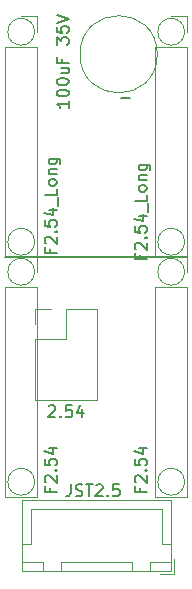
<source format=gbr>
%TF.GenerationSoftware,KiCad,Pcbnew,7.0.11-7.0.11~ubuntu22.04.1*%
%TF.CreationDate,2024-03-10T10:15:41+03:00*%
%TF.ProjectId,MDExt,4d444578-742e-46b6-9963-61645f706362,rev?*%
%TF.SameCoordinates,Original*%
%TF.FileFunction,Legend,Top*%
%TF.FilePolarity,Positive*%
%FSLAX46Y46*%
G04 Gerber Fmt 4.6, Leading zero omitted, Abs format (unit mm)*
G04 Created by KiCad (PCBNEW 7.0.11-7.0.11~ubuntu22.04.1) date 2024-03-10 10:15:41*
%MOMM*%
%LPD*%
G01*
G04 APERTURE LIST*
%ADD10C,0.150000*%
%ADD11C,0.100000*%
%ADD12C,0.120000*%
G04 APERTURE END LIST*
D10*
X57210000Y-59750000D02*
X41850000Y-59750000D01*
X51644779Y-46224866D02*
X52406684Y-46224866D01*
X47371238Y-78956819D02*
X47371238Y-79671104D01*
X47371238Y-79671104D02*
X47323619Y-79813961D01*
X47323619Y-79813961D02*
X47228381Y-79909200D01*
X47228381Y-79909200D02*
X47085524Y-79956819D01*
X47085524Y-79956819D02*
X46990286Y-79956819D01*
X47799810Y-79909200D02*
X47942667Y-79956819D01*
X47942667Y-79956819D02*
X48180762Y-79956819D01*
X48180762Y-79956819D02*
X48276000Y-79909200D01*
X48276000Y-79909200D02*
X48323619Y-79861580D01*
X48323619Y-79861580D02*
X48371238Y-79766342D01*
X48371238Y-79766342D02*
X48371238Y-79671104D01*
X48371238Y-79671104D02*
X48323619Y-79575866D01*
X48323619Y-79575866D02*
X48276000Y-79528247D01*
X48276000Y-79528247D02*
X48180762Y-79480628D01*
X48180762Y-79480628D02*
X47990286Y-79433009D01*
X47990286Y-79433009D02*
X47895048Y-79385390D01*
X47895048Y-79385390D02*
X47847429Y-79337771D01*
X47847429Y-79337771D02*
X47799810Y-79242533D01*
X47799810Y-79242533D02*
X47799810Y-79147295D01*
X47799810Y-79147295D02*
X47847429Y-79052057D01*
X47847429Y-79052057D02*
X47895048Y-79004438D01*
X47895048Y-79004438D02*
X47990286Y-78956819D01*
X47990286Y-78956819D02*
X48228381Y-78956819D01*
X48228381Y-78956819D02*
X48371238Y-79004438D01*
X48656953Y-78956819D02*
X49228381Y-78956819D01*
X48942667Y-79956819D02*
X48942667Y-78956819D01*
X49514096Y-79052057D02*
X49561715Y-79004438D01*
X49561715Y-79004438D02*
X49656953Y-78956819D01*
X49656953Y-78956819D02*
X49895048Y-78956819D01*
X49895048Y-78956819D02*
X49990286Y-79004438D01*
X49990286Y-79004438D02*
X50037905Y-79052057D01*
X50037905Y-79052057D02*
X50085524Y-79147295D01*
X50085524Y-79147295D02*
X50085524Y-79242533D01*
X50085524Y-79242533D02*
X50037905Y-79385390D01*
X50037905Y-79385390D02*
X49466477Y-79956819D01*
X49466477Y-79956819D02*
X50085524Y-79956819D01*
X50514096Y-79861580D02*
X50561715Y-79909200D01*
X50561715Y-79909200D02*
X50514096Y-79956819D01*
X50514096Y-79956819D02*
X50466477Y-79909200D01*
X50466477Y-79909200D02*
X50514096Y-79861580D01*
X50514096Y-79861580D02*
X50514096Y-79956819D01*
X51466476Y-78956819D02*
X50990286Y-78956819D01*
X50990286Y-78956819D02*
X50942667Y-79433009D01*
X50942667Y-79433009D02*
X50990286Y-79385390D01*
X50990286Y-79385390D02*
X51085524Y-79337771D01*
X51085524Y-79337771D02*
X51323619Y-79337771D01*
X51323619Y-79337771D02*
X51418857Y-79385390D01*
X51418857Y-79385390D02*
X51466476Y-79433009D01*
X51466476Y-79433009D02*
X51514095Y-79528247D01*
X51514095Y-79528247D02*
X51514095Y-79766342D01*
X51514095Y-79766342D02*
X51466476Y-79861580D01*
X51466476Y-79861580D02*
X51418857Y-79909200D01*
X51418857Y-79909200D02*
X51323619Y-79956819D01*
X51323619Y-79956819D02*
X51085524Y-79956819D01*
X51085524Y-79956819D02*
X50990286Y-79909200D01*
X50990286Y-79909200D02*
X50942667Y-79861580D01*
X47190818Y-46489524D02*
X47190818Y-47060952D01*
X47190818Y-46775238D02*
X46190818Y-46775238D01*
X46190818Y-46775238D02*
X46333675Y-46870476D01*
X46333675Y-46870476D02*
X46428913Y-46965714D01*
X46428913Y-46965714D02*
X46476532Y-47060952D01*
X46190818Y-45870476D02*
X46190818Y-45775238D01*
X46190818Y-45775238D02*
X46238437Y-45680000D01*
X46238437Y-45680000D02*
X46286056Y-45632381D01*
X46286056Y-45632381D02*
X46381294Y-45584762D01*
X46381294Y-45584762D02*
X46571770Y-45537143D01*
X46571770Y-45537143D02*
X46809865Y-45537143D01*
X46809865Y-45537143D02*
X47000341Y-45584762D01*
X47000341Y-45584762D02*
X47095579Y-45632381D01*
X47095579Y-45632381D02*
X47143199Y-45680000D01*
X47143199Y-45680000D02*
X47190818Y-45775238D01*
X47190818Y-45775238D02*
X47190818Y-45870476D01*
X47190818Y-45870476D02*
X47143199Y-45965714D01*
X47143199Y-45965714D02*
X47095579Y-46013333D01*
X47095579Y-46013333D02*
X47000341Y-46060952D01*
X47000341Y-46060952D02*
X46809865Y-46108571D01*
X46809865Y-46108571D02*
X46571770Y-46108571D01*
X46571770Y-46108571D02*
X46381294Y-46060952D01*
X46381294Y-46060952D02*
X46286056Y-46013333D01*
X46286056Y-46013333D02*
X46238437Y-45965714D01*
X46238437Y-45965714D02*
X46190818Y-45870476D01*
X46190818Y-44918095D02*
X46190818Y-44822857D01*
X46190818Y-44822857D02*
X46238437Y-44727619D01*
X46238437Y-44727619D02*
X46286056Y-44680000D01*
X46286056Y-44680000D02*
X46381294Y-44632381D01*
X46381294Y-44632381D02*
X46571770Y-44584762D01*
X46571770Y-44584762D02*
X46809865Y-44584762D01*
X46809865Y-44584762D02*
X47000341Y-44632381D01*
X47000341Y-44632381D02*
X47095579Y-44680000D01*
X47095579Y-44680000D02*
X47143199Y-44727619D01*
X47143199Y-44727619D02*
X47190818Y-44822857D01*
X47190818Y-44822857D02*
X47190818Y-44918095D01*
X47190818Y-44918095D02*
X47143199Y-45013333D01*
X47143199Y-45013333D02*
X47095579Y-45060952D01*
X47095579Y-45060952D02*
X47000341Y-45108571D01*
X47000341Y-45108571D02*
X46809865Y-45156190D01*
X46809865Y-45156190D02*
X46571770Y-45156190D01*
X46571770Y-45156190D02*
X46381294Y-45108571D01*
X46381294Y-45108571D02*
X46286056Y-45060952D01*
X46286056Y-45060952D02*
X46238437Y-45013333D01*
X46238437Y-45013333D02*
X46190818Y-44918095D01*
X46524151Y-43727619D02*
X47190818Y-43727619D01*
X46524151Y-44156190D02*
X47047960Y-44156190D01*
X47047960Y-44156190D02*
X47143199Y-44108571D01*
X47143199Y-44108571D02*
X47190818Y-44013333D01*
X47190818Y-44013333D02*
X47190818Y-43870476D01*
X47190818Y-43870476D02*
X47143199Y-43775238D01*
X47143199Y-43775238D02*
X47095579Y-43727619D01*
X46667008Y-42918095D02*
X46667008Y-43251428D01*
X47190818Y-43251428D02*
X46190818Y-43251428D01*
X46190818Y-43251428D02*
X46190818Y-42775238D01*
X46190818Y-41727618D02*
X46190818Y-41108571D01*
X46190818Y-41108571D02*
X46571770Y-41441904D01*
X46571770Y-41441904D02*
X46571770Y-41299047D01*
X46571770Y-41299047D02*
X46619389Y-41203809D01*
X46619389Y-41203809D02*
X46667008Y-41156190D01*
X46667008Y-41156190D02*
X46762246Y-41108571D01*
X46762246Y-41108571D02*
X47000341Y-41108571D01*
X47000341Y-41108571D02*
X47095579Y-41156190D01*
X47095579Y-41156190D02*
X47143199Y-41203809D01*
X47143199Y-41203809D02*
X47190818Y-41299047D01*
X47190818Y-41299047D02*
X47190818Y-41584761D01*
X47190818Y-41584761D02*
X47143199Y-41679999D01*
X47143199Y-41679999D02*
X47095579Y-41727618D01*
X46190818Y-40203809D02*
X46190818Y-40679999D01*
X46190818Y-40679999D02*
X46667008Y-40727618D01*
X46667008Y-40727618D02*
X46619389Y-40679999D01*
X46619389Y-40679999D02*
X46571770Y-40584761D01*
X46571770Y-40584761D02*
X46571770Y-40346666D01*
X46571770Y-40346666D02*
X46619389Y-40251428D01*
X46619389Y-40251428D02*
X46667008Y-40203809D01*
X46667008Y-40203809D02*
X46762246Y-40156190D01*
X46762246Y-40156190D02*
X47000341Y-40156190D01*
X47000341Y-40156190D02*
X47095579Y-40203809D01*
X47095579Y-40203809D02*
X47143199Y-40251428D01*
X47143199Y-40251428D02*
X47190818Y-40346666D01*
X47190818Y-40346666D02*
X47190818Y-40584761D01*
X47190818Y-40584761D02*
X47143199Y-40679999D01*
X47143199Y-40679999D02*
X47095579Y-40727618D01*
X46190818Y-39870475D02*
X47190818Y-39537142D01*
X47190818Y-39537142D02*
X46190818Y-39203809D01*
X45651009Y-79247809D02*
X45651009Y-79581142D01*
X46174819Y-79581142D02*
X45174819Y-79581142D01*
X45174819Y-79581142D02*
X45174819Y-79104952D01*
X45270057Y-78771618D02*
X45222438Y-78723999D01*
X45222438Y-78723999D02*
X45174819Y-78628761D01*
X45174819Y-78628761D02*
X45174819Y-78390666D01*
X45174819Y-78390666D02*
X45222438Y-78295428D01*
X45222438Y-78295428D02*
X45270057Y-78247809D01*
X45270057Y-78247809D02*
X45365295Y-78200190D01*
X45365295Y-78200190D02*
X45460533Y-78200190D01*
X45460533Y-78200190D02*
X45603390Y-78247809D01*
X45603390Y-78247809D02*
X46174819Y-78819237D01*
X46174819Y-78819237D02*
X46174819Y-78200190D01*
X46079580Y-77771618D02*
X46127200Y-77723999D01*
X46127200Y-77723999D02*
X46174819Y-77771618D01*
X46174819Y-77771618D02*
X46127200Y-77819237D01*
X46127200Y-77819237D02*
X46079580Y-77771618D01*
X46079580Y-77771618D02*
X46174819Y-77771618D01*
X45174819Y-76819238D02*
X45174819Y-77295428D01*
X45174819Y-77295428D02*
X45651009Y-77343047D01*
X45651009Y-77343047D02*
X45603390Y-77295428D01*
X45603390Y-77295428D02*
X45555771Y-77200190D01*
X45555771Y-77200190D02*
X45555771Y-76962095D01*
X45555771Y-76962095D02*
X45603390Y-76866857D01*
X45603390Y-76866857D02*
X45651009Y-76819238D01*
X45651009Y-76819238D02*
X45746247Y-76771619D01*
X45746247Y-76771619D02*
X45984342Y-76771619D01*
X45984342Y-76771619D02*
X46079580Y-76819238D01*
X46079580Y-76819238D02*
X46127200Y-76866857D01*
X46127200Y-76866857D02*
X46174819Y-76962095D01*
X46174819Y-76962095D02*
X46174819Y-77200190D01*
X46174819Y-77200190D02*
X46127200Y-77295428D01*
X46127200Y-77295428D02*
X46079580Y-77343047D01*
X45508152Y-75914476D02*
X46174819Y-75914476D01*
X45127200Y-76152571D02*
X45841485Y-76390666D01*
X45841485Y-76390666D02*
X45841485Y-75771619D01*
X53271009Y-59546666D02*
X53271009Y-59879999D01*
X53794819Y-59879999D02*
X52794819Y-59879999D01*
X52794819Y-59879999D02*
X52794819Y-59403809D01*
X52890057Y-59070475D02*
X52842438Y-59022856D01*
X52842438Y-59022856D02*
X52794819Y-58927618D01*
X52794819Y-58927618D02*
X52794819Y-58689523D01*
X52794819Y-58689523D02*
X52842438Y-58594285D01*
X52842438Y-58594285D02*
X52890057Y-58546666D01*
X52890057Y-58546666D02*
X52985295Y-58499047D01*
X52985295Y-58499047D02*
X53080533Y-58499047D01*
X53080533Y-58499047D02*
X53223390Y-58546666D01*
X53223390Y-58546666D02*
X53794819Y-59118094D01*
X53794819Y-59118094D02*
X53794819Y-58499047D01*
X53699580Y-58070475D02*
X53747200Y-58022856D01*
X53747200Y-58022856D02*
X53794819Y-58070475D01*
X53794819Y-58070475D02*
X53747200Y-58118094D01*
X53747200Y-58118094D02*
X53699580Y-58070475D01*
X53699580Y-58070475D02*
X53794819Y-58070475D01*
X52794819Y-57118095D02*
X52794819Y-57594285D01*
X52794819Y-57594285D02*
X53271009Y-57641904D01*
X53271009Y-57641904D02*
X53223390Y-57594285D01*
X53223390Y-57594285D02*
X53175771Y-57499047D01*
X53175771Y-57499047D02*
X53175771Y-57260952D01*
X53175771Y-57260952D02*
X53223390Y-57165714D01*
X53223390Y-57165714D02*
X53271009Y-57118095D01*
X53271009Y-57118095D02*
X53366247Y-57070476D01*
X53366247Y-57070476D02*
X53604342Y-57070476D01*
X53604342Y-57070476D02*
X53699580Y-57118095D01*
X53699580Y-57118095D02*
X53747200Y-57165714D01*
X53747200Y-57165714D02*
X53794819Y-57260952D01*
X53794819Y-57260952D02*
X53794819Y-57499047D01*
X53794819Y-57499047D02*
X53747200Y-57594285D01*
X53747200Y-57594285D02*
X53699580Y-57641904D01*
X53128152Y-56213333D02*
X53794819Y-56213333D01*
X52747200Y-56451428D02*
X53461485Y-56689523D01*
X53461485Y-56689523D02*
X53461485Y-56070476D01*
X53890057Y-55927619D02*
X53890057Y-55165714D01*
X53794819Y-54451428D02*
X53794819Y-54927618D01*
X53794819Y-54927618D02*
X52794819Y-54927618D01*
X53794819Y-53975237D02*
X53747200Y-54070475D01*
X53747200Y-54070475D02*
X53699580Y-54118094D01*
X53699580Y-54118094D02*
X53604342Y-54165713D01*
X53604342Y-54165713D02*
X53318628Y-54165713D01*
X53318628Y-54165713D02*
X53223390Y-54118094D01*
X53223390Y-54118094D02*
X53175771Y-54070475D01*
X53175771Y-54070475D02*
X53128152Y-53975237D01*
X53128152Y-53975237D02*
X53128152Y-53832380D01*
X53128152Y-53832380D02*
X53175771Y-53737142D01*
X53175771Y-53737142D02*
X53223390Y-53689523D01*
X53223390Y-53689523D02*
X53318628Y-53641904D01*
X53318628Y-53641904D02*
X53604342Y-53641904D01*
X53604342Y-53641904D02*
X53699580Y-53689523D01*
X53699580Y-53689523D02*
X53747200Y-53737142D01*
X53747200Y-53737142D02*
X53794819Y-53832380D01*
X53794819Y-53832380D02*
X53794819Y-53975237D01*
X53128152Y-53213332D02*
X53794819Y-53213332D01*
X53223390Y-53213332D02*
X53175771Y-53165713D01*
X53175771Y-53165713D02*
X53128152Y-53070475D01*
X53128152Y-53070475D02*
X53128152Y-52927618D01*
X53128152Y-52927618D02*
X53175771Y-52832380D01*
X53175771Y-52832380D02*
X53271009Y-52784761D01*
X53271009Y-52784761D02*
X53794819Y-52784761D01*
X53128152Y-51879999D02*
X53937676Y-51879999D01*
X53937676Y-51879999D02*
X54032914Y-51927618D01*
X54032914Y-51927618D02*
X54080533Y-51975237D01*
X54080533Y-51975237D02*
X54128152Y-52070475D01*
X54128152Y-52070475D02*
X54128152Y-52213332D01*
X54128152Y-52213332D02*
X54080533Y-52308570D01*
X53747200Y-51879999D02*
X53794819Y-51975237D01*
X53794819Y-51975237D02*
X53794819Y-52165713D01*
X53794819Y-52165713D02*
X53747200Y-52260951D01*
X53747200Y-52260951D02*
X53699580Y-52308570D01*
X53699580Y-52308570D02*
X53604342Y-52356189D01*
X53604342Y-52356189D02*
X53318628Y-52356189D01*
X53318628Y-52356189D02*
X53223390Y-52308570D01*
X53223390Y-52308570D02*
X53175771Y-52260951D01*
X53175771Y-52260951D02*
X53128152Y-52165713D01*
X53128152Y-52165713D02*
X53128152Y-51975237D01*
X53128152Y-51975237D02*
X53175771Y-51879999D01*
X45651009Y-59038666D02*
X45651009Y-59371999D01*
X46174819Y-59371999D02*
X45174819Y-59371999D01*
X45174819Y-59371999D02*
X45174819Y-58895809D01*
X45270057Y-58562475D02*
X45222438Y-58514856D01*
X45222438Y-58514856D02*
X45174819Y-58419618D01*
X45174819Y-58419618D02*
X45174819Y-58181523D01*
X45174819Y-58181523D02*
X45222438Y-58086285D01*
X45222438Y-58086285D02*
X45270057Y-58038666D01*
X45270057Y-58038666D02*
X45365295Y-57991047D01*
X45365295Y-57991047D02*
X45460533Y-57991047D01*
X45460533Y-57991047D02*
X45603390Y-58038666D01*
X45603390Y-58038666D02*
X46174819Y-58610094D01*
X46174819Y-58610094D02*
X46174819Y-57991047D01*
X46079580Y-57562475D02*
X46127200Y-57514856D01*
X46127200Y-57514856D02*
X46174819Y-57562475D01*
X46174819Y-57562475D02*
X46127200Y-57610094D01*
X46127200Y-57610094D02*
X46079580Y-57562475D01*
X46079580Y-57562475D02*
X46174819Y-57562475D01*
X45174819Y-56610095D02*
X45174819Y-57086285D01*
X45174819Y-57086285D02*
X45651009Y-57133904D01*
X45651009Y-57133904D02*
X45603390Y-57086285D01*
X45603390Y-57086285D02*
X45555771Y-56991047D01*
X45555771Y-56991047D02*
X45555771Y-56752952D01*
X45555771Y-56752952D02*
X45603390Y-56657714D01*
X45603390Y-56657714D02*
X45651009Y-56610095D01*
X45651009Y-56610095D02*
X45746247Y-56562476D01*
X45746247Y-56562476D02*
X45984342Y-56562476D01*
X45984342Y-56562476D02*
X46079580Y-56610095D01*
X46079580Y-56610095D02*
X46127200Y-56657714D01*
X46127200Y-56657714D02*
X46174819Y-56752952D01*
X46174819Y-56752952D02*
X46174819Y-56991047D01*
X46174819Y-56991047D02*
X46127200Y-57086285D01*
X46127200Y-57086285D02*
X46079580Y-57133904D01*
X45508152Y-55705333D02*
X46174819Y-55705333D01*
X45127200Y-55943428D02*
X45841485Y-56181523D01*
X45841485Y-56181523D02*
X45841485Y-55562476D01*
X46270057Y-55419619D02*
X46270057Y-54657714D01*
X46174819Y-53943428D02*
X46174819Y-54419618D01*
X46174819Y-54419618D02*
X45174819Y-54419618D01*
X46174819Y-53467237D02*
X46127200Y-53562475D01*
X46127200Y-53562475D02*
X46079580Y-53610094D01*
X46079580Y-53610094D02*
X45984342Y-53657713D01*
X45984342Y-53657713D02*
X45698628Y-53657713D01*
X45698628Y-53657713D02*
X45603390Y-53610094D01*
X45603390Y-53610094D02*
X45555771Y-53562475D01*
X45555771Y-53562475D02*
X45508152Y-53467237D01*
X45508152Y-53467237D02*
X45508152Y-53324380D01*
X45508152Y-53324380D02*
X45555771Y-53229142D01*
X45555771Y-53229142D02*
X45603390Y-53181523D01*
X45603390Y-53181523D02*
X45698628Y-53133904D01*
X45698628Y-53133904D02*
X45984342Y-53133904D01*
X45984342Y-53133904D02*
X46079580Y-53181523D01*
X46079580Y-53181523D02*
X46127200Y-53229142D01*
X46127200Y-53229142D02*
X46174819Y-53324380D01*
X46174819Y-53324380D02*
X46174819Y-53467237D01*
X45508152Y-52705332D02*
X46174819Y-52705332D01*
X45603390Y-52705332D02*
X45555771Y-52657713D01*
X45555771Y-52657713D02*
X45508152Y-52562475D01*
X45508152Y-52562475D02*
X45508152Y-52419618D01*
X45508152Y-52419618D02*
X45555771Y-52324380D01*
X45555771Y-52324380D02*
X45651009Y-52276761D01*
X45651009Y-52276761D02*
X46174819Y-52276761D01*
X45508152Y-51371999D02*
X46317676Y-51371999D01*
X46317676Y-51371999D02*
X46412914Y-51419618D01*
X46412914Y-51419618D02*
X46460533Y-51467237D01*
X46460533Y-51467237D02*
X46508152Y-51562475D01*
X46508152Y-51562475D02*
X46508152Y-51705332D01*
X46508152Y-51705332D02*
X46460533Y-51800570D01*
X46127200Y-51371999D02*
X46174819Y-51467237D01*
X46174819Y-51467237D02*
X46174819Y-51657713D01*
X46174819Y-51657713D02*
X46127200Y-51752951D01*
X46127200Y-51752951D02*
X46079580Y-51800570D01*
X46079580Y-51800570D02*
X45984342Y-51848189D01*
X45984342Y-51848189D02*
X45698628Y-51848189D01*
X45698628Y-51848189D02*
X45603390Y-51800570D01*
X45603390Y-51800570D02*
X45555771Y-51752951D01*
X45555771Y-51752951D02*
X45508152Y-51657713D01*
X45508152Y-51657713D02*
X45508152Y-51467237D01*
X45508152Y-51467237D02*
X45555771Y-51371999D01*
X53271009Y-79247809D02*
X53271009Y-79581142D01*
X53794819Y-79581142D02*
X52794819Y-79581142D01*
X52794819Y-79581142D02*
X52794819Y-79104952D01*
X52890057Y-78771618D02*
X52842438Y-78723999D01*
X52842438Y-78723999D02*
X52794819Y-78628761D01*
X52794819Y-78628761D02*
X52794819Y-78390666D01*
X52794819Y-78390666D02*
X52842438Y-78295428D01*
X52842438Y-78295428D02*
X52890057Y-78247809D01*
X52890057Y-78247809D02*
X52985295Y-78200190D01*
X52985295Y-78200190D02*
X53080533Y-78200190D01*
X53080533Y-78200190D02*
X53223390Y-78247809D01*
X53223390Y-78247809D02*
X53794819Y-78819237D01*
X53794819Y-78819237D02*
X53794819Y-78200190D01*
X53699580Y-77771618D02*
X53747200Y-77723999D01*
X53747200Y-77723999D02*
X53794819Y-77771618D01*
X53794819Y-77771618D02*
X53747200Y-77819237D01*
X53747200Y-77819237D02*
X53699580Y-77771618D01*
X53699580Y-77771618D02*
X53794819Y-77771618D01*
X52794819Y-76819238D02*
X52794819Y-77295428D01*
X52794819Y-77295428D02*
X53271009Y-77343047D01*
X53271009Y-77343047D02*
X53223390Y-77295428D01*
X53223390Y-77295428D02*
X53175771Y-77200190D01*
X53175771Y-77200190D02*
X53175771Y-76962095D01*
X53175771Y-76962095D02*
X53223390Y-76866857D01*
X53223390Y-76866857D02*
X53271009Y-76819238D01*
X53271009Y-76819238D02*
X53366247Y-76771619D01*
X53366247Y-76771619D02*
X53604342Y-76771619D01*
X53604342Y-76771619D02*
X53699580Y-76819238D01*
X53699580Y-76819238D02*
X53747200Y-76866857D01*
X53747200Y-76866857D02*
X53794819Y-76962095D01*
X53794819Y-76962095D02*
X53794819Y-77200190D01*
X53794819Y-77200190D02*
X53747200Y-77295428D01*
X53747200Y-77295428D02*
X53699580Y-77343047D01*
X53128152Y-75914476D02*
X53794819Y-75914476D01*
X52747200Y-76152571D02*
X53461485Y-76390666D01*
X53461485Y-76390666D02*
X53461485Y-75771619D01*
X45513810Y-72365057D02*
X45561429Y-72317438D01*
X45561429Y-72317438D02*
X45656667Y-72269819D01*
X45656667Y-72269819D02*
X45894762Y-72269819D01*
X45894762Y-72269819D02*
X45990000Y-72317438D01*
X45990000Y-72317438D02*
X46037619Y-72365057D01*
X46037619Y-72365057D02*
X46085238Y-72460295D01*
X46085238Y-72460295D02*
X46085238Y-72555533D01*
X46085238Y-72555533D02*
X46037619Y-72698390D01*
X46037619Y-72698390D02*
X45466191Y-73269819D01*
X45466191Y-73269819D02*
X46085238Y-73269819D01*
X46513810Y-73174580D02*
X46561429Y-73222200D01*
X46561429Y-73222200D02*
X46513810Y-73269819D01*
X46513810Y-73269819D02*
X46466191Y-73222200D01*
X46466191Y-73222200D02*
X46513810Y-73174580D01*
X46513810Y-73174580D02*
X46513810Y-73269819D01*
X47466190Y-72269819D02*
X46990000Y-72269819D01*
X46990000Y-72269819D02*
X46942381Y-72746009D01*
X46942381Y-72746009D02*
X46990000Y-72698390D01*
X46990000Y-72698390D02*
X47085238Y-72650771D01*
X47085238Y-72650771D02*
X47323333Y-72650771D01*
X47323333Y-72650771D02*
X47418571Y-72698390D01*
X47418571Y-72698390D02*
X47466190Y-72746009D01*
X47466190Y-72746009D02*
X47513809Y-72841247D01*
X47513809Y-72841247D02*
X47513809Y-73079342D01*
X47513809Y-73079342D02*
X47466190Y-73174580D01*
X47466190Y-73174580D02*
X47418571Y-73222200D01*
X47418571Y-73222200D02*
X47323333Y-73269819D01*
X47323333Y-73269819D02*
X47085238Y-73269819D01*
X47085238Y-73269819D02*
X46990000Y-73222200D01*
X46990000Y-73222200D02*
X46942381Y-73174580D01*
X48370952Y-72603152D02*
X48370952Y-73269819D01*
X48132857Y-72222200D02*
X47894762Y-72936485D01*
X47894762Y-72936485D02*
X48513809Y-72936485D01*
D11*
%TO.C,SYM1*%
X44315923Y-40640000D02*
G75*
G03*
X42044077Y-40640000I-1135923J0D01*
G01*
X42044077Y-40640000D02*
G75*
G03*
X44315923Y-40640000I1135923J0D01*
G01*
X44315923Y-58420000D02*
G75*
G03*
X42044077Y-58420000I-1135923J0D01*
G01*
X42044077Y-58420000D02*
G75*
G03*
X44315923Y-58420000I1135923J0D01*
G01*
X57015923Y-40640000D02*
G75*
G03*
X54744077Y-40640000I-1135923J0D01*
G01*
X54744077Y-40640000D02*
G75*
G03*
X57015923Y-40640000I1135923J0D01*
G01*
X57015923Y-58420000D02*
G75*
G03*
X54744077Y-58420000I-1135923J0D01*
G01*
X54744077Y-58420000D02*
G75*
G03*
X57015923Y-58420000I1135923J0D01*
G01*
D12*
%TO.C,J6*%
X56150000Y-86570000D02*
X56150000Y-85320000D01*
X55860000Y-86280000D02*
X55860000Y-80310000D01*
X55860000Y-80310000D02*
X43240000Y-80310000D01*
X55850000Y-86270000D02*
X55850000Y-85520000D01*
X55850000Y-85520000D02*
X54050000Y-85520000D01*
X55850000Y-84020000D02*
X55100000Y-84020000D01*
X55100000Y-84020000D02*
X55100000Y-81070000D01*
X55100000Y-81070000D02*
X49550000Y-81070000D01*
X54900000Y-86570000D02*
X56150000Y-86570000D01*
X54050000Y-86270000D02*
X55850000Y-86270000D01*
X54050000Y-85520000D02*
X54050000Y-86270000D01*
X52550000Y-86270000D02*
X52550000Y-85520000D01*
X52550000Y-85520000D02*
X46550000Y-85520000D01*
X46550000Y-86270000D02*
X52550000Y-86270000D01*
X46550000Y-85520000D02*
X46550000Y-86270000D01*
X45050000Y-86270000D02*
X45050000Y-85520000D01*
X45050000Y-85520000D02*
X43250000Y-85520000D01*
X44000000Y-84020000D02*
X44000000Y-81070000D01*
X44000000Y-81070000D02*
X49550000Y-81070000D01*
X43250000Y-86270000D02*
X45050000Y-86270000D01*
X43250000Y-85520000D02*
X43250000Y-86270000D01*
X43250000Y-84020000D02*
X44000000Y-84020000D01*
X43240000Y-86280000D02*
X55860000Y-86280000D01*
X43240000Y-80310000D02*
X43240000Y-86280000D01*
D11*
%TO.C,SYM2*%
X44315923Y-60960000D02*
G75*
G03*
X42044077Y-60960000I-1135923J0D01*
G01*
X42044077Y-60960000D02*
G75*
G03*
X44315923Y-60960000I1135923J0D01*
G01*
X44315923Y-78740000D02*
G75*
G03*
X42044077Y-78740000I-1135923J0D01*
G01*
X42044077Y-78740000D02*
G75*
G03*
X44315923Y-78740000I1135923J0D01*
G01*
X57015923Y-60960000D02*
G75*
G03*
X54744077Y-60960000I-1135923J0D01*
G01*
X54744077Y-60960000D02*
G75*
G03*
X57015923Y-60960000I1135923J0D01*
G01*
X57015923Y-78740000D02*
G75*
G03*
X54744077Y-78740000I-1135923J0D01*
G01*
X54744077Y-78740000D02*
G75*
G03*
X57015923Y-78740000I1135923J0D01*
G01*
D12*
%TO.C,C1*%
X54705001Y-42545000D02*
G75*
G03*
X48164999Y-42545000I-3270001J0D01*
G01*
X48164999Y-42545000D02*
G75*
G03*
X54705001Y-42545000I3270001J0D01*
G01*
%TO.C,J1*%
X41850000Y-62230000D02*
X41850000Y-80070000D01*
X41850000Y-62230000D02*
X44510000Y-62230000D01*
X41850000Y-80070000D02*
X44510000Y-80070000D01*
X43180000Y-59630000D02*
X44510000Y-59630000D01*
X44510000Y-59630000D02*
X44510000Y-60960000D01*
X44510000Y-62230000D02*
X44510000Y-80070000D01*
%TO.C,J5*%
X54550000Y-41910000D02*
X54550000Y-59750000D01*
X54550000Y-41910000D02*
X57210000Y-41910000D01*
X54550000Y-59750000D02*
X57210000Y-59750000D01*
X55880000Y-39310000D02*
X57210000Y-39310000D01*
X57210000Y-39310000D02*
X57210000Y-40640000D01*
X57210000Y-41910000D02*
X57210000Y-59750000D01*
%TO.C,J4*%
X41850000Y-41910000D02*
X41850000Y-59750000D01*
X41850000Y-41910000D02*
X44510000Y-41910000D01*
X41850000Y-59750000D02*
X44510000Y-59750000D01*
X43180000Y-39310000D02*
X44510000Y-39310000D01*
X44510000Y-39310000D02*
X44510000Y-40640000D01*
X44510000Y-41910000D02*
X44510000Y-59750000D01*
%TO.C,J2*%
X54550000Y-62230000D02*
X54550000Y-80070000D01*
X54550000Y-62230000D02*
X57210000Y-62230000D01*
X54550000Y-80070000D02*
X57210000Y-80070000D01*
X55880000Y-59630000D02*
X57210000Y-59630000D01*
X57210000Y-59630000D02*
X57210000Y-60960000D01*
X57210000Y-62230000D02*
X57210000Y-80070000D01*
%TO.C,J3*%
X44390000Y-64075000D02*
X45720000Y-64075000D01*
X44390000Y-65405000D02*
X44390000Y-64075000D01*
X44390000Y-66675000D02*
X44390000Y-71815000D01*
X44390000Y-66675000D02*
X46990000Y-66675000D01*
X44390000Y-71815000D02*
X49590000Y-71815000D01*
X46990000Y-64075000D02*
X49590000Y-64075000D01*
X46990000Y-66675000D02*
X46990000Y-64075000D01*
X49590000Y-64075000D02*
X49590000Y-71815000D01*
%TD*%
M02*

</source>
